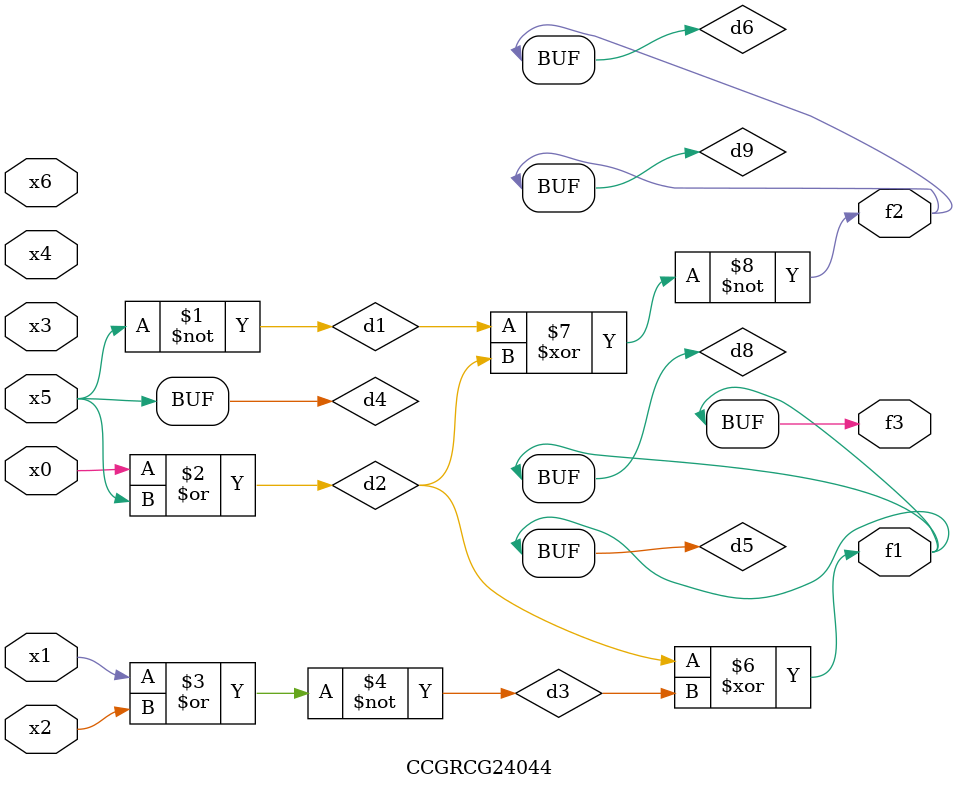
<source format=v>
module CCGRCG24044(
	input x0, x1, x2, x3, x4, x5, x6,
	output f1, f2, f3
);

	wire d1, d2, d3, d4, d5, d6, d7, d8, d9;

	nand (d1, x5);
	or (d2, x0, x5);
	nor (d3, x1, x2);
	xnor (d4, d1);
	xor (d5, d2, d3);
	xnor (d6, d1, d2);
	not (d7, x4);
	buf (d8, d5);
	xor (d9, d6);
	assign f1 = d8;
	assign f2 = d9;
	assign f3 = d8;
endmodule

</source>
